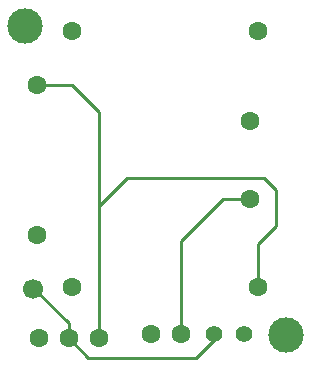
<source format=gtl>
G04 #@! TF.FileFunction,Copper,L1,Top,Signal*
%FSLAX46Y46*%
G04 Gerber Fmt 4.6, Leading zero omitted, Abs format (unit mm)*
G04 Created by KiCad (PCBNEW 4.0.0-2.201511301921+6191~38~ubuntu15.10.1-stable) date Tue 01 Dec 2015 16:42:38 GMT*
%MOMM*%
G01*
G04 APERTURE LIST*
%ADD10C,0.100000*%
%ADD11C,1.700000*%
%ADD12C,1.600000*%
%ADD13C,1.400000*%
%ADD14C,2.999740*%
%ADD15C,0.250000*%
G04 APERTURE END LIST*
D10*
D11*
X237490000Y-116078000D03*
D12*
X247523000Y-119888000D03*
X250063000Y-119888000D03*
X240538000Y-120269000D03*
X243078000Y-120269000D03*
X237998000Y-120269000D03*
D13*
X252857000Y-119888000D03*
X255397000Y-119888000D03*
D12*
X256540000Y-115951000D03*
X240792000Y-115951000D03*
X256540000Y-94234000D03*
X240792000Y-94234000D03*
X237871000Y-111506000D03*
X237871000Y-98806000D03*
X255905000Y-101854000D03*
X255905000Y-108458000D03*
D14*
X258953000Y-120015000D03*
X236855000Y-93853000D03*
D15*
X252857000Y-119888000D02*
X252857000Y-120396000D01*
X252857000Y-120396000D02*
X251333000Y-121920000D01*
X251333000Y-121920000D02*
X242189000Y-121920000D01*
X242189000Y-121920000D02*
X240538000Y-120269000D01*
X237490000Y-116078000D02*
X237617000Y-116078000D01*
X237617000Y-116078000D02*
X240538000Y-118999000D01*
X240538000Y-118999000D02*
X240538000Y-120269000D01*
X237871000Y-98806000D02*
X240792000Y-98806000D01*
X243078000Y-101092000D02*
X243078000Y-109093000D01*
X240792000Y-98806000D02*
X243078000Y-101092000D01*
X256540000Y-115951000D02*
X256540000Y-112268000D01*
X243078000Y-109093000D02*
X243078000Y-120269000D01*
X245491000Y-106680000D02*
X243078000Y-109093000D01*
X257048000Y-106680000D02*
X245491000Y-106680000D01*
X258064000Y-107696000D02*
X257048000Y-106680000D01*
X258064000Y-110744000D02*
X258064000Y-107696000D01*
X256540000Y-112268000D02*
X258064000Y-110744000D01*
X255905000Y-108458000D02*
X253619000Y-108458000D01*
X250063000Y-112014000D02*
X250063000Y-119888000D01*
X253619000Y-108458000D02*
X250063000Y-112014000D01*
M02*

</source>
